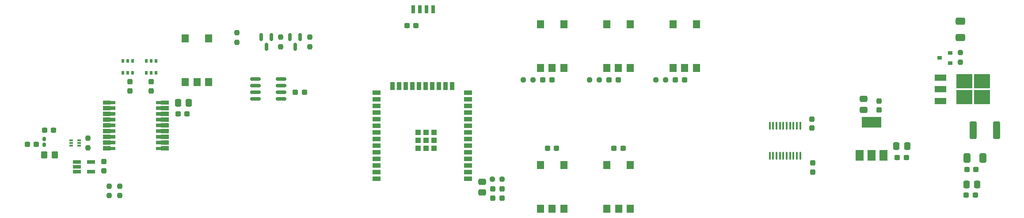
<source format=gtp>
%TF.GenerationSoftware,KiCad,Pcbnew,(6.0.0)*%
%TF.CreationDate,2022-08-27T11:05:42-04:00*%
%TF.ProjectId,VFD GPS Clock,56464420-4750-4532-9043-6c6f636b2e6b,rev?*%
%TF.SameCoordinates,Original*%
%TF.FileFunction,Paste,Top*%
%TF.FilePolarity,Positive*%
%FSLAX46Y46*%
G04 Gerber Fmt 4.6, Leading zero omitted, Abs format (unit mm)*
G04 Created by KiCad (PCBNEW (6.0.0)) date 2022-08-27 11:05:42*
%MOMM*%
%LPD*%
G01*
G04 APERTURE LIST*
G04 Aperture macros list*
%AMRoundRect*
0 Rectangle with rounded corners*
0 $1 Rounding radius*
0 $2 $3 $4 $5 $6 $7 $8 $9 X,Y pos of 4 corners*
0 Add a 4 corners polygon primitive as box body*
4,1,4,$2,$3,$4,$5,$6,$7,$8,$9,$2,$3,0*
0 Add four circle primitives for the rounded corners*
1,1,$1+$1,$2,$3*
1,1,$1+$1,$4,$5*
1,1,$1+$1,$6,$7*
1,1,$1+$1,$8,$9*
0 Add four rect primitives between the rounded corners*
20,1,$1+$1,$2,$3,$4,$5,0*
20,1,$1+$1,$4,$5,$6,$7,0*
20,1,$1+$1,$6,$7,$8,$9,0*
20,1,$1+$1,$8,$9,$2,$3,0*%
G04 Aperture macros list end*
%ADD10C,0.000100*%
%ADD11RoundRect,0.237500X-0.250000X-0.237500X0.250000X-0.237500X0.250000X0.237500X-0.250000X0.237500X0*%
%ADD12RoundRect,0.237500X-0.237500X0.300000X-0.237500X-0.300000X0.237500X-0.300000X0.237500X0.300000X0*%
%ADD13RoundRect,0.237500X-0.300000X-0.237500X0.300000X-0.237500X0.300000X0.237500X-0.300000X0.237500X0*%
%ADD14RoundRect,0.237500X0.300000X0.237500X-0.300000X0.237500X-0.300000X-0.237500X0.300000X-0.237500X0*%
%ADD15RoundRect,0.237500X-0.237500X0.250000X-0.237500X-0.250000X0.237500X-0.250000X0.237500X0.250000X0*%
%ADD16RoundRect,0.237500X0.237500X-0.250000X0.237500X0.250000X-0.237500X0.250000X-0.237500X-0.250000X0*%
%ADD17R,1.400000X1.600000*%
%ADD18R,0.510000X0.700000*%
%ADD19RoundRect,0.150000X-0.150000X0.587500X-0.150000X-0.587500X0.150000X-0.587500X0.150000X0.587500X0*%
%ADD20RoundRect,0.100000X-0.100000X0.637500X-0.100000X-0.637500X0.100000X-0.637500X0.100000X0.637500X0*%
%ADD21R,3.050000X2.750000*%
%ADD22R,2.200000X1.200000*%
%ADD23RoundRect,0.250000X0.475000X-0.337500X0.475000X0.337500X-0.475000X0.337500X-0.475000X-0.337500X0*%
%ADD24R,1.560000X0.650000*%
%ADD25R,1.500000X0.900000*%
%ADD26R,0.900000X1.500000*%
%ADD27R,1.050000X1.050000*%
%ADD28RoundRect,0.250000X-0.337500X-0.475000X0.337500X-0.475000X0.337500X0.475000X-0.337500X0.475000X0*%
%ADD29R,0.700000X1.600000*%
%ADD30RoundRect,0.250000X-0.412500X-0.650000X0.412500X-0.650000X0.412500X0.650000X-0.412500X0.650000X0*%
%ADD31RoundRect,0.237500X0.237500X-0.300000X0.237500X0.300000X-0.237500X0.300000X-0.237500X-0.300000X0*%
%ADD32RoundRect,0.250000X-0.650000X0.412500X-0.650000X-0.412500X0.650000X-0.412500X0.650000X0.412500X0*%
%ADD33RoundRect,0.250000X0.400000X1.450000X-0.400000X1.450000X-0.400000X-1.450000X0.400000X-1.450000X0*%
%ADD34RoundRect,0.250000X-0.350000X-0.450000X0.350000X-0.450000X0.350000X0.450000X-0.350000X0.450000X0*%
%ADD35RoundRect,0.160000X-0.160000X0.222500X-0.160000X-0.222500X0.160000X-0.222500X0.160000X0.222500X0*%
%ADD36R,0.900000X0.800000*%
%ADD37RoundRect,0.250000X0.337500X0.475000X-0.337500X0.475000X-0.337500X-0.475000X0.337500X-0.475000X0*%
%ADD38RoundRect,0.150000X0.825000X0.150000X-0.825000X0.150000X-0.825000X-0.150000X0.825000X-0.150000X0*%
%ADD39R,1.500000X2.000000*%
%ADD40R,3.800000X2.000000*%
%ADD41R,0.700000X0.340000*%
G04 APERTURE END LIST*
D10*
%TO.C,U2*%
X46950000Y-129950000D02*
X48350000Y-129950000D01*
X48350000Y-129950000D02*
X48350000Y-130050000D01*
X48350000Y-130050000D02*
X49250000Y-130050000D01*
X49250000Y-130050000D02*
X49250000Y-130550000D01*
X49250000Y-130550000D02*
X48350000Y-130550000D01*
X48350000Y-130550000D02*
X48350000Y-130650000D01*
X48350000Y-130650000D02*
X46950000Y-130650000D01*
X46950000Y-130650000D02*
X46950000Y-129950000D01*
G36*
X48350000Y-130050000D02*
G01*
X49250000Y-130050000D01*
X49250000Y-130550000D01*
X48350000Y-130550000D01*
X48350000Y-130650000D01*
X46950000Y-130650000D01*
X46950000Y-129950000D01*
X48350000Y-129950000D01*
X48350000Y-130050000D01*
G37*
X48350000Y-130050000D02*
X49250000Y-130050000D01*
X49250000Y-130550000D01*
X48350000Y-130550000D01*
X48350000Y-130650000D01*
X46950000Y-130650000D01*
X46950000Y-129950000D01*
X48350000Y-129950000D01*
X48350000Y-130050000D01*
X59450000Y-128500000D02*
X58050000Y-128500000D01*
X58050000Y-128500000D02*
X58050000Y-128400000D01*
X58050000Y-128400000D02*
X57150000Y-128400000D01*
X57150000Y-128400000D02*
X57150000Y-127800000D01*
X57150000Y-127800000D02*
X58050000Y-127800000D01*
X58050000Y-127800000D02*
X58050000Y-127700000D01*
X58050000Y-127700000D02*
X59450000Y-127700000D01*
X59450000Y-127700000D02*
X59450000Y-128500000D01*
G36*
X59450000Y-128500000D02*
G01*
X58050000Y-128500000D01*
X58050000Y-128400000D01*
X57150000Y-128400000D01*
X57150000Y-127800000D01*
X58050000Y-127800000D01*
X58050000Y-127700000D01*
X59450000Y-127700000D01*
X59450000Y-128500000D01*
G37*
X59450000Y-128500000D02*
X58050000Y-128500000D01*
X58050000Y-128400000D01*
X57150000Y-128400000D01*
X57150000Y-127800000D01*
X58050000Y-127800000D01*
X58050000Y-127700000D01*
X59450000Y-127700000D01*
X59450000Y-128500000D01*
X59450000Y-126300000D02*
X58050000Y-126300000D01*
X58050000Y-126300000D02*
X58050000Y-126200000D01*
X58050000Y-126200000D02*
X57150000Y-126200000D01*
X57150000Y-126200000D02*
X57150000Y-125600000D01*
X57150000Y-125600000D02*
X58050000Y-125600000D01*
X58050000Y-125600000D02*
X58050000Y-125500000D01*
X58050000Y-125500000D02*
X59450000Y-125500000D01*
X59450000Y-125500000D02*
X59450000Y-126300000D01*
G36*
X59450000Y-126300000D02*
G01*
X58050000Y-126300000D01*
X58050000Y-126200000D01*
X57150000Y-126200000D01*
X57150000Y-125600000D01*
X58050000Y-125600000D01*
X58050000Y-125500000D01*
X59450000Y-125500000D01*
X59450000Y-126300000D01*
G37*
X59450000Y-126300000D02*
X58050000Y-126300000D01*
X58050000Y-126200000D01*
X57150000Y-126200000D01*
X57150000Y-125600000D01*
X58050000Y-125600000D01*
X58050000Y-125500000D01*
X59450000Y-125500000D01*
X59450000Y-126300000D01*
X59450000Y-124100000D02*
X58050000Y-124100000D01*
X58050000Y-124100000D02*
X58050000Y-124000000D01*
X58050000Y-124000000D02*
X57150000Y-124000000D01*
X57150000Y-124000000D02*
X57150000Y-123400000D01*
X57150000Y-123400000D02*
X58050000Y-123400000D01*
X58050000Y-123400000D02*
X58050000Y-123300000D01*
X58050000Y-123300000D02*
X59450000Y-123300000D01*
X59450000Y-123300000D02*
X59450000Y-124100000D01*
G36*
X59450000Y-124100000D02*
G01*
X58050000Y-124100000D01*
X58050000Y-124000000D01*
X57150000Y-124000000D01*
X57150000Y-123400000D01*
X58050000Y-123400000D01*
X58050000Y-123300000D01*
X59450000Y-123300000D01*
X59450000Y-124100000D01*
G37*
X59450000Y-124100000D02*
X58050000Y-124100000D01*
X58050000Y-124000000D01*
X57150000Y-124000000D01*
X57150000Y-123400000D01*
X58050000Y-123400000D01*
X58050000Y-123300000D01*
X59450000Y-123300000D01*
X59450000Y-124100000D01*
X46950000Y-121150000D02*
X48350000Y-121150000D01*
X48350000Y-121150000D02*
X48350000Y-121250000D01*
X48350000Y-121250000D02*
X49250000Y-121250000D01*
X49250000Y-121250000D02*
X49250000Y-121750000D01*
X49250000Y-121750000D02*
X48350000Y-121750000D01*
X48350000Y-121750000D02*
X48350000Y-121850000D01*
X48350000Y-121850000D02*
X46950000Y-121850000D01*
X46950000Y-121850000D02*
X46950000Y-121150000D01*
G36*
X48350000Y-121250000D02*
G01*
X49250000Y-121250000D01*
X49250000Y-121750000D01*
X48350000Y-121750000D01*
X48350000Y-121850000D01*
X46950000Y-121850000D01*
X46950000Y-121150000D01*
X48350000Y-121150000D01*
X48350000Y-121250000D01*
G37*
X48350000Y-121250000D02*
X49250000Y-121250000D01*
X49250000Y-121750000D01*
X48350000Y-121750000D01*
X48350000Y-121850000D01*
X46950000Y-121850000D01*
X46950000Y-121150000D01*
X48350000Y-121150000D01*
X48350000Y-121250000D01*
X59450000Y-123000000D02*
X58050000Y-123000000D01*
X58050000Y-123000000D02*
X58050000Y-122900000D01*
X58050000Y-122900000D02*
X57150000Y-122900000D01*
X57150000Y-122900000D02*
X57150000Y-122300000D01*
X57150000Y-122300000D02*
X58050000Y-122300000D01*
X58050000Y-122300000D02*
X58050000Y-122200000D01*
X58050000Y-122200000D02*
X59450000Y-122200000D01*
X59450000Y-122200000D02*
X59450000Y-123000000D01*
G36*
X59450000Y-123000000D02*
G01*
X58050000Y-123000000D01*
X58050000Y-122900000D01*
X57150000Y-122900000D01*
X57150000Y-122300000D01*
X58050000Y-122300000D01*
X58050000Y-122200000D01*
X59450000Y-122200000D01*
X59450000Y-123000000D01*
G37*
X59450000Y-123000000D02*
X58050000Y-123000000D01*
X58050000Y-122900000D01*
X57150000Y-122900000D01*
X57150000Y-122300000D01*
X58050000Y-122300000D01*
X58050000Y-122200000D01*
X59450000Y-122200000D01*
X59450000Y-123000000D01*
X59450000Y-125200000D02*
X58050000Y-125200000D01*
X58050000Y-125200000D02*
X58050000Y-125100000D01*
X58050000Y-125100000D02*
X57150000Y-125100000D01*
X57150000Y-125100000D02*
X57150000Y-124500000D01*
X57150000Y-124500000D02*
X58050000Y-124500000D01*
X58050000Y-124500000D02*
X58050000Y-124400000D01*
X58050000Y-124400000D02*
X59450000Y-124400000D01*
X59450000Y-124400000D02*
X59450000Y-125200000D01*
G36*
X59450000Y-125200000D02*
G01*
X58050000Y-125200000D01*
X58050000Y-125100000D01*
X57150000Y-125100000D01*
X57150000Y-124500000D01*
X58050000Y-124500000D01*
X58050000Y-124400000D01*
X59450000Y-124400000D01*
X59450000Y-125200000D01*
G37*
X59450000Y-125200000D02*
X58050000Y-125200000D01*
X58050000Y-125100000D01*
X57150000Y-125100000D01*
X57150000Y-124500000D01*
X58050000Y-124500000D01*
X58050000Y-124400000D01*
X59450000Y-124400000D01*
X59450000Y-125200000D01*
X59450000Y-130650000D02*
X58050000Y-130650000D01*
X58050000Y-130650000D02*
X58050000Y-130550000D01*
X58050000Y-130550000D02*
X57150000Y-130550000D01*
X57150000Y-130550000D02*
X57150000Y-130050000D01*
X57150000Y-130050000D02*
X58050000Y-130050000D01*
X58050000Y-130050000D02*
X58050000Y-129950000D01*
X58050000Y-129950000D02*
X59450000Y-129950000D01*
X59450000Y-129950000D02*
X59450000Y-130650000D01*
G36*
X59450000Y-130650000D02*
G01*
X58050000Y-130650000D01*
X58050000Y-130550000D01*
X57150000Y-130550000D01*
X57150000Y-130050000D01*
X58050000Y-130050000D01*
X58050000Y-129950000D01*
X59450000Y-129950000D01*
X59450000Y-130650000D01*
G37*
X59450000Y-130650000D02*
X58050000Y-130650000D01*
X58050000Y-130550000D01*
X57150000Y-130550000D01*
X57150000Y-130050000D01*
X58050000Y-130050000D01*
X58050000Y-129950000D01*
X59450000Y-129950000D01*
X59450000Y-130650000D01*
X46950000Y-127700000D02*
X48350000Y-127700000D01*
X48350000Y-127700000D02*
X48350000Y-127800000D01*
X48350000Y-127800000D02*
X49250000Y-127800000D01*
X49250000Y-127800000D02*
X49250000Y-128400000D01*
X49250000Y-128400000D02*
X48350000Y-128400000D01*
X48350000Y-128400000D02*
X48350000Y-128500000D01*
X48350000Y-128500000D02*
X46950000Y-128500000D01*
X46950000Y-128500000D02*
X46950000Y-127700000D01*
G36*
X48350000Y-127800000D02*
G01*
X49250000Y-127800000D01*
X49250000Y-128400000D01*
X48350000Y-128400000D01*
X48350000Y-128500000D01*
X46950000Y-128500000D01*
X46950000Y-127700000D01*
X48350000Y-127700000D01*
X48350000Y-127800000D01*
G37*
X48350000Y-127800000D02*
X49250000Y-127800000D01*
X49250000Y-128400000D01*
X48350000Y-128400000D01*
X48350000Y-128500000D01*
X46950000Y-128500000D01*
X46950000Y-127700000D01*
X48350000Y-127700000D01*
X48350000Y-127800000D01*
X46950000Y-122200000D02*
X48350000Y-122200000D01*
X48350000Y-122200000D02*
X48350000Y-122300000D01*
X48350000Y-122300000D02*
X49250000Y-122300000D01*
X49250000Y-122300000D02*
X49250000Y-122900000D01*
X49250000Y-122900000D02*
X48350000Y-122900000D01*
X48350000Y-122900000D02*
X48350000Y-123000000D01*
X48350000Y-123000000D02*
X46950000Y-123000000D01*
X46950000Y-123000000D02*
X46950000Y-122200000D01*
G36*
X48350000Y-122300000D02*
G01*
X49250000Y-122300000D01*
X49250000Y-122900000D01*
X48350000Y-122900000D01*
X48350000Y-123000000D01*
X46950000Y-123000000D01*
X46950000Y-122200000D01*
X48350000Y-122200000D01*
X48350000Y-122300000D01*
G37*
X48350000Y-122300000D02*
X49250000Y-122300000D01*
X49250000Y-122900000D01*
X48350000Y-122900000D01*
X48350000Y-123000000D01*
X46950000Y-123000000D01*
X46950000Y-122200000D01*
X48350000Y-122200000D01*
X48350000Y-122300000D01*
X46950000Y-125500000D02*
X48350000Y-125500000D01*
X48350000Y-125500000D02*
X48350000Y-125600000D01*
X48350000Y-125600000D02*
X49250000Y-125600000D01*
X49250000Y-125600000D02*
X49250000Y-126200000D01*
X49250000Y-126200000D02*
X48350000Y-126200000D01*
X48350000Y-126200000D02*
X48350000Y-126300000D01*
X48350000Y-126300000D02*
X46950000Y-126300000D01*
X46950000Y-126300000D02*
X46950000Y-125500000D01*
G36*
X48350000Y-125600000D02*
G01*
X49250000Y-125600000D01*
X49250000Y-126200000D01*
X48350000Y-126200000D01*
X48350000Y-126300000D01*
X46950000Y-126300000D01*
X46950000Y-125500000D01*
X48350000Y-125500000D01*
X48350000Y-125600000D01*
G37*
X48350000Y-125600000D02*
X49250000Y-125600000D01*
X49250000Y-126200000D01*
X48350000Y-126200000D01*
X48350000Y-126300000D01*
X46950000Y-126300000D01*
X46950000Y-125500000D01*
X48350000Y-125500000D01*
X48350000Y-125600000D01*
X46950000Y-128800000D02*
X48350000Y-128800000D01*
X48350000Y-128800000D02*
X48350000Y-128900000D01*
X48350000Y-128900000D02*
X49250000Y-128900000D01*
X49250000Y-128900000D02*
X49250000Y-129500000D01*
X49250000Y-129500000D02*
X48350000Y-129500000D01*
X48350000Y-129500000D02*
X48350000Y-129600000D01*
X48350000Y-129600000D02*
X46950000Y-129600000D01*
X46950000Y-129600000D02*
X46950000Y-128800000D01*
G36*
X48350000Y-128900000D02*
G01*
X49250000Y-128900000D01*
X49250000Y-129500000D01*
X48350000Y-129500000D01*
X48350000Y-129600000D01*
X46950000Y-129600000D01*
X46950000Y-128800000D01*
X48350000Y-128800000D01*
X48350000Y-128900000D01*
G37*
X48350000Y-128900000D02*
X49250000Y-128900000D01*
X49250000Y-129500000D01*
X48350000Y-129500000D01*
X48350000Y-129600000D01*
X46950000Y-129600000D01*
X46950000Y-128800000D01*
X48350000Y-128800000D01*
X48350000Y-128900000D01*
X59450000Y-129600000D02*
X58050000Y-129600000D01*
X58050000Y-129600000D02*
X58050000Y-129500000D01*
X58050000Y-129500000D02*
X57150000Y-129500000D01*
X57150000Y-129500000D02*
X57150000Y-128900000D01*
X57150000Y-128900000D02*
X58050000Y-128900000D01*
X58050000Y-128900000D02*
X58050000Y-128800000D01*
X58050000Y-128800000D02*
X59450000Y-128800000D01*
X59450000Y-128800000D02*
X59450000Y-129600000D01*
G36*
X59450000Y-129600000D02*
G01*
X58050000Y-129600000D01*
X58050000Y-129500000D01*
X57150000Y-129500000D01*
X57150000Y-128900000D01*
X58050000Y-128900000D01*
X58050000Y-128800000D01*
X59450000Y-128800000D01*
X59450000Y-129600000D01*
G37*
X59450000Y-129600000D02*
X58050000Y-129600000D01*
X58050000Y-129500000D01*
X57150000Y-129500000D01*
X57150000Y-128900000D01*
X58050000Y-128900000D01*
X58050000Y-128800000D01*
X59450000Y-128800000D01*
X59450000Y-129600000D01*
X46950000Y-126600000D02*
X48350000Y-126600000D01*
X48350000Y-126600000D02*
X48350000Y-126700000D01*
X48350000Y-126700000D02*
X49250000Y-126700000D01*
X49250000Y-126700000D02*
X49250000Y-127300000D01*
X49250000Y-127300000D02*
X48350000Y-127300000D01*
X48350000Y-127300000D02*
X48350000Y-127400000D01*
X48350000Y-127400000D02*
X46950000Y-127400000D01*
X46950000Y-127400000D02*
X46950000Y-126600000D01*
G36*
X48350000Y-126700000D02*
G01*
X49250000Y-126700000D01*
X49250000Y-127300000D01*
X48350000Y-127300000D01*
X48350000Y-127400000D01*
X46950000Y-127400000D01*
X46950000Y-126600000D01*
X48350000Y-126600000D01*
X48350000Y-126700000D01*
G37*
X48350000Y-126700000D02*
X49250000Y-126700000D01*
X49250000Y-127300000D01*
X48350000Y-127300000D01*
X48350000Y-127400000D01*
X46950000Y-127400000D01*
X46950000Y-126600000D01*
X48350000Y-126600000D01*
X48350000Y-126700000D01*
X59450000Y-121850000D02*
X58050000Y-121850000D01*
X58050000Y-121850000D02*
X58050000Y-121750000D01*
X58050000Y-121750000D02*
X57150000Y-121750000D01*
X57150000Y-121750000D02*
X57150000Y-121250000D01*
X57150000Y-121250000D02*
X58050000Y-121250000D01*
X58050000Y-121250000D02*
X58050000Y-121150000D01*
X58050000Y-121150000D02*
X59450000Y-121150000D01*
X59450000Y-121150000D02*
X59450000Y-121850000D01*
G36*
X59450000Y-121850000D02*
G01*
X58050000Y-121850000D01*
X58050000Y-121750000D01*
X57150000Y-121750000D01*
X57150000Y-121250000D01*
X58050000Y-121250000D01*
X58050000Y-121150000D01*
X59450000Y-121150000D01*
X59450000Y-121850000D01*
G37*
X59450000Y-121850000D02*
X58050000Y-121850000D01*
X58050000Y-121750000D01*
X57150000Y-121750000D01*
X57150000Y-121250000D01*
X58050000Y-121250000D01*
X58050000Y-121150000D01*
X59450000Y-121150000D01*
X59450000Y-121850000D01*
X46950000Y-124400000D02*
X48350000Y-124400000D01*
X48350000Y-124400000D02*
X48350000Y-124500000D01*
X48350000Y-124500000D02*
X49250000Y-124500000D01*
X49250000Y-124500000D02*
X49250000Y-125100000D01*
X49250000Y-125100000D02*
X48350000Y-125100000D01*
X48350000Y-125100000D02*
X48350000Y-125200000D01*
X48350000Y-125200000D02*
X46950000Y-125200000D01*
X46950000Y-125200000D02*
X46950000Y-124400000D01*
G36*
X48350000Y-124500000D02*
G01*
X49250000Y-124500000D01*
X49250000Y-125100000D01*
X48350000Y-125100000D01*
X48350000Y-125200000D01*
X46950000Y-125200000D01*
X46950000Y-124400000D01*
X48350000Y-124400000D01*
X48350000Y-124500000D01*
G37*
X48350000Y-124500000D02*
X49250000Y-124500000D01*
X49250000Y-125100000D01*
X48350000Y-125100000D01*
X48350000Y-125200000D01*
X46950000Y-125200000D01*
X46950000Y-124400000D01*
X48350000Y-124400000D01*
X48350000Y-124500000D01*
X46950000Y-123300000D02*
X48350000Y-123300000D01*
X48350000Y-123300000D02*
X48350000Y-123400000D01*
X48350000Y-123400000D02*
X49250000Y-123400000D01*
X49250000Y-123400000D02*
X49250000Y-124000000D01*
X49250000Y-124000000D02*
X48350000Y-124000000D01*
X48350000Y-124000000D02*
X48350000Y-124100000D01*
X48350000Y-124100000D02*
X46950000Y-124100000D01*
X46950000Y-124100000D02*
X46950000Y-123300000D01*
G36*
X48350000Y-123400000D02*
G01*
X49250000Y-123400000D01*
X49250000Y-124000000D01*
X48350000Y-124000000D01*
X48350000Y-124100000D01*
X46950000Y-124100000D01*
X46950000Y-123300000D01*
X48350000Y-123300000D01*
X48350000Y-123400000D01*
G37*
X48350000Y-123400000D02*
X49250000Y-123400000D01*
X49250000Y-124000000D01*
X48350000Y-124000000D01*
X48350000Y-124100000D01*
X46950000Y-124100000D01*
X46950000Y-123300000D01*
X48350000Y-123300000D01*
X48350000Y-123400000D01*
X59450000Y-127400000D02*
X58050000Y-127400000D01*
X58050000Y-127400000D02*
X58050000Y-127300000D01*
X58050000Y-127300000D02*
X57150000Y-127300000D01*
X57150000Y-127300000D02*
X57150000Y-126700000D01*
X57150000Y-126700000D02*
X58050000Y-126700000D01*
X58050000Y-126700000D02*
X58050000Y-126600000D01*
X58050000Y-126600000D02*
X59450000Y-126600000D01*
X59450000Y-126600000D02*
X59450000Y-127400000D01*
G36*
X59450000Y-127400000D02*
G01*
X58050000Y-127400000D01*
X58050000Y-127300000D01*
X57150000Y-127300000D01*
X57150000Y-126700000D01*
X58050000Y-126700000D01*
X58050000Y-126600000D01*
X59450000Y-126600000D01*
X59450000Y-127400000D01*
G37*
X59450000Y-127400000D02*
X58050000Y-127400000D01*
X58050000Y-127300000D01*
X57150000Y-127300000D01*
X57150000Y-126700000D01*
X58050000Y-126700000D01*
X58050000Y-126600000D01*
X59450000Y-126600000D01*
X59450000Y-127400000D01*
%TD*%
D11*
%TO.C,R11*%
X140187500Y-117200000D03*
X142012500Y-117200000D03*
%TD*%
D12*
%TO.C,C24*%
X182775000Y-124712500D03*
X182775000Y-126437500D03*
%TD*%
D13*
%TO.C,C16*%
X199137500Y-132100000D03*
X200862500Y-132100000D03*
%TD*%
D14*
%TO.C,C21*%
X133862500Y-130300000D03*
X132137500Y-130300000D03*
%TD*%
D15*
%TO.C,R6*%
X86575000Y-109012500D03*
X86575000Y-110837500D03*
%TD*%
D16*
%TO.C,R2*%
X44050000Y-130212500D03*
X44050000Y-128387500D03*
%TD*%
D17*
%TO.C,SW1*%
X62700000Y-117637500D03*
X67200000Y-117637500D03*
X62700000Y-109237500D03*
X67200000Y-109237500D03*
X64950000Y-117637500D03*
%TD*%
D18*
%TO.C,U8*%
X52625000Y-113540000D03*
X51675000Y-113540000D03*
X50725000Y-113540000D03*
X50725000Y-115860000D03*
X51675000Y-115860000D03*
X52625000Y-115860000D03*
%TD*%
D17*
%TO.C,SW5*%
X143450000Y-114900000D03*
X147950000Y-114900000D03*
X143450000Y-106500000D03*
X147950000Y-106500000D03*
X145700000Y-114900000D03*
%TD*%
D19*
%TO.C,Q3*%
X79200000Y-109012500D03*
X77300000Y-109012500D03*
X78250000Y-110887500D03*
%TD*%
D20*
%TO.C,U9*%
X180525000Y-126037500D03*
X179875000Y-126037500D03*
X179225000Y-126037500D03*
X178575000Y-126037500D03*
X177925000Y-126037500D03*
X177275000Y-126037500D03*
X176625000Y-126037500D03*
X175975000Y-126037500D03*
X175325000Y-126037500D03*
X174675000Y-126037500D03*
X174675000Y-131762500D03*
X175325000Y-131762500D03*
X175975000Y-131762500D03*
X176625000Y-131762500D03*
X177275000Y-131762500D03*
X177925000Y-131762500D03*
X178575000Y-131762500D03*
X179225000Y-131762500D03*
X179875000Y-131762500D03*
X180525000Y-131762500D03*
%TD*%
D21*
%TO.C,Q2*%
X215350000Y-117500000D03*
X215350000Y-120550000D03*
X212000000Y-120550000D03*
X212000000Y-117500000D03*
D22*
X207375000Y-116745000D03*
X207375000Y-119025000D03*
X207375000Y-121305000D03*
%TD*%
D13*
%TO.C,C23*%
X144862500Y-130300000D03*
X146587500Y-130300000D03*
%TD*%
%TO.C,C14*%
X212337500Y-139300000D03*
X214062500Y-139300000D03*
%TD*%
D23*
%TO.C,C6*%
X192700000Y-122937500D03*
X192700000Y-120862500D03*
%TD*%
D15*
%TO.C,R9*%
X50200000Y-137587500D03*
X50200000Y-139412500D03*
%TD*%
D24*
%TO.C,U6*%
X42000000Y-132925000D03*
X42000000Y-133875000D03*
X42000000Y-134825000D03*
X44700000Y-134825000D03*
X44700000Y-132925000D03*
%TD*%
D19*
%TO.C,Q4*%
X84700000Y-109012500D03*
X82800000Y-109012500D03*
X83750000Y-110887500D03*
%TD*%
D25*
%TO.C,U1*%
X116900000Y-136185000D03*
X116900000Y-134915000D03*
X116900000Y-133645000D03*
X116900000Y-132375000D03*
X116900000Y-131105000D03*
X116900000Y-129835000D03*
X116900000Y-128565000D03*
X116900000Y-127295000D03*
X116900000Y-126025000D03*
X116900000Y-124755000D03*
X116900000Y-123485000D03*
X116900000Y-122215000D03*
X116900000Y-120945000D03*
X116900000Y-119675000D03*
D26*
X113870000Y-118425000D03*
X112600000Y-118425000D03*
X111330000Y-118425000D03*
X110060000Y-118425000D03*
X108790000Y-118425000D03*
X107520000Y-118425000D03*
X106250000Y-118425000D03*
X104980000Y-118425000D03*
X103710000Y-118425000D03*
X102440000Y-118425000D03*
D25*
X99400000Y-119675000D03*
X99400000Y-120945000D03*
X99400000Y-122215000D03*
X99400000Y-123485000D03*
X99400000Y-124755000D03*
X99400000Y-126025000D03*
X99400000Y-127295000D03*
X99400000Y-128565000D03*
X99400000Y-129835000D03*
X99400000Y-131105000D03*
X99400000Y-132375000D03*
X99400000Y-133645000D03*
X99400000Y-134915000D03*
X99400000Y-136185000D03*
D27*
X108830000Y-130370000D03*
X110355000Y-130370000D03*
X108830000Y-128845000D03*
X110355000Y-128845000D03*
X107305000Y-127320000D03*
X107305000Y-130370000D03*
X108830000Y-127320000D03*
X107305000Y-128845000D03*
X110355000Y-127320000D03*
%TD*%
D28*
%TO.C,C4*%
X212362500Y-137250000D03*
X214437500Y-137250000D03*
%TD*%
D29*
%TO.C,U10*%
X106395000Y-103700000D03*
X107665000Y-103700000D03*
X108935000Y-103700000D03*
X110205000Y-103700000D03*
%TD*%
D13*
%TO.C,C28*%
X143937500Y-117200000D03*
X145662500Y-117200000D03*
%TD*%
D30*
%TO.C,C3*%
X212437500Y-132200000D03*
X215562500Y-132200000D03*
%TD*%
D16*
%TO.C,R5*%
X81000000Y-110837500D03*
X81000000Y-109012500D03*
%TD*%
D11*
%TO.C,R7*%
X121587500Y-136300000D03*
X123412500Y-136300000D03*
%TD*%
D31*
%TO.C,C17*%
X52125000Y-119312500D03*
X52125000Y-117587500D03*
%TD*%
D17*
%TO.C,SW4*%
X130750000Y-114900000D03*
X135250000Y-114900000D03*
X130750000Y-106500000D03*
X135250000Y-106500000D03*
X133000000Y-114900000D03*
%TD*%
D32*
%TO.C,C2*%
X211200000Y-105937500D03*
X211200000Y-109062500D03*
%TD*%
D13*
%TO.C,C27*%
X131237500Y-117200000D03*
X132962500Y-117200000D03*
%TD*%
D33*
%TO.C,F1*%
X218125000Y-126900000D03*
X213675000Y-126900000D03*
%TD*%
D34*
%TO.C,R1*%
X35700000Y-131600000D03*
X37700000Y-131600000D03*
%TD*%
D17*
%TO.C,SW6*%
X156150000Y-114900000D03*
X160650000Y-114900000D03*
X156150000Y-106500000D03*
X160650000Y-106500000D03*
X158400000Y-114900000D03*
%TD*%
D15*
%TO.C,R4*%
X72625000Y-108187500D03*
X72625000Y-110012500D03*
%TD*%
D17*
%TO.C,SW3*%
X143475000Y-141912500D03*
X147975000Y-141912500D03*
X143475000Y-133512500D03*
X147975000Y-133512500D03*
X145725000Y-141912500D03*
%TD*%
D12*
%TO.C,C20*%
X121600000Y-138137500D03*
X121600000Y-139862500D03*
%TD*%
D35*
%TO.C,L1*%
X35700000Y-128527500D03*
X35700000Y-129672500D03*
%TD*%
D36*
%TO.C,D1*%
X209250000Y-112050000D03*
X207250000Y-113000000D03*
X209250000Y-113950000D03*
%TD*%
D11*
%TO.C,R12*%
X152887500Y-117200000D03*
X154712500Y-117200000D03*
%TD*%
D23*
%TO.C,C8*%
X119600000Y-138837500D03*
X119600000Y-136762500D03*
%TD*%
D16*
%TO.C,R3*%
X211200000Y-113812500D03*
X211200000Y-111987500D03*
%TD*%
D31*
%TO.C,C18*%
X56200000Y-119312500D03*
X56200000Y-117587500D03*
%TD*%
%TO.C,C15*%
X47125000Y-134637500D03*
X47125000Y-132912500D03*
%TD*%
D18*
%TO.C,U7*%
X57125000Y-113540000D03*
X56175000Y-113540000D03*
X55225000Y-113540000D03*
X55225000Y-115860000D03*
X56175000Y-115860000D03*
X57125000Y-115860000D03*
%TD*%
D31*
%TO.C,C25*%
X182925000Y-134887500D03*
X182925000Y-133162500D03*
%TD*%
D13*
%TO.C,C11*%
X83812500Y-119600000D03*
X85537500Y-119600000D03*
%TD*%
D37*
%TO.C,C7*%
X63387500Y-121600000D03*
X61312500Y-121600000D03*
%TD*%
D14*
%TO.C,C26*%
X106925000Y-106800000D03*
X105200000Y-106800000D03*
%TD*%
D17*
%TO.C,SW2*%
X130750000Y-141912500D03*
X135250000Y-141912500D03*
X130750000Y-133512500D03*
X135250000Y-133512500D03*
X133000000Y-141912500D03*
%TD*%
D14*
%TO.C,C13*%
X63037500Y-123700000D03*
X61312500Y-123700000D03*
%TD*%
D16*
%TO.C,R8*%
X48100000Y-139425000D03*
X48100000Y-137600000D03*
%TD*%
D13*
%TO.C,C10*%
X35737500Y-126900000D03*
X37462500Y-126900000D03*
%TD*%
D38*
%TO.C,U5*%
X81075000Y-120880000D03*
X81075000Y-119610000D03*
X81075000Y-118340000D03*
X81075000Y-117070000D03*
X76125000Y-117070000D03*
X76125000Y-118340000D03*
X76125000Y-119610000D03*
X76125000Y-120880000D03*
%TD*%
D13*
%TO.C,C9*%
X32437500Y-129600000D03*
X34162500Y-129600000D03*
%TD*%
D14*
%TO.C,C12*%
X214162500Y-134400000D03*
X212437500Y-134400000D03*
%TD*%
D39*
%TO.C,U4*%
X191900000Y-131650000D03*
D40*
X194200000Y-125350000D03*
D39*
X194200000Y-131650000D03*
X196500000Y-131650000D03*
%TD*%
D12*
%TO.C,C22*%
X123400000Y-138137500D03*
X123400000Y-139862500D03*
%TD*%
D41*
%TO.C,Q1*%
X40850000Y-128800000D03*
X40850000Y-129300000D03*
X40850000Y-129800000D03*
X42350000Y-129800000D03*
X42350000Y-129300000D03*
X42350000Y-128800000D03*
%TD*%
D11*
%TO.C,R10*%
X127487500Y-117200000D03*
X129312500Y-117200000D03*
%TD*%
D31*
%TO.C,C19*%
X195600000Y-122962500D03*
X195600000Y-121237500D03*
%TD*%
D28*
%TO.C,C5*%
X198962500Y-129900000D03*
X201037500Y-129900000D03*
%TD*%
D13*
%TO.C,C29*%
X156637500Y-117200000D03*
X158362500Y-117200000D03*
%TD*%
M02*

</source>
